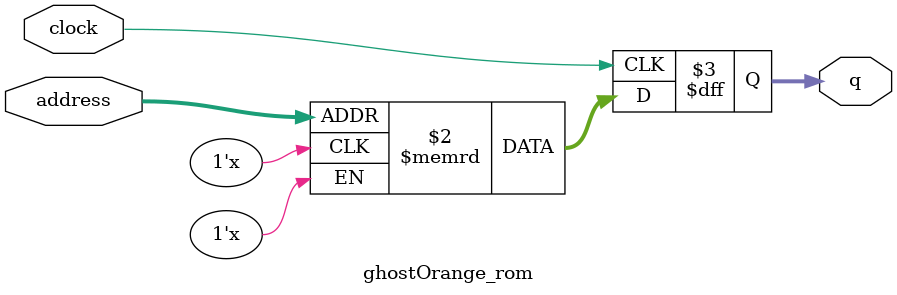
<source format=sv>
module ghostOrange_rom (
	input logic clock,
	input logic [7:0] address,
	output logic [1:0] q
);

logic [1:0] memory [0:255] /* synthesis ram_init_file = "./ghostOrange/ghostOrange.mif" */;

always_ff @ (posedge clock) begin
	q <= memory[address];
end

endmodule

</source>
